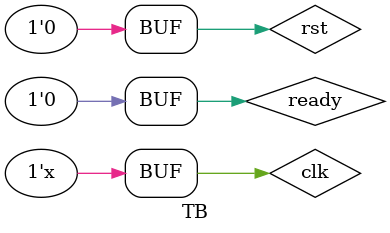
<source format=v>
`include "/c:..."

module TB;
    parameter N = 7;
    parameter BitAddr = $clog2(N+1);
    parameter addr_lenght = $clog2(((N+1)*(N+1))-1);
    //-----------------------
    parameter gap_score = -2;
    parameter match_score = 1;
    parameter mismatch_score = -1;
    
    reg clk, rst;
    reg ready;
    
    //Input fsm
    wire end_init;
    wire calculated;
    wire signal;
    wire end_filling;
    wire end_traceB;
    wire hit_4;
    
    //Output fsm
    wire we;
    wire en_init;
    wire en_ins;
    wire en_read;
    wire en_traceB;
    wire change_index;
    wire [2:0] state;reg clk, rst;
    reg ready;
    
    //Input fsm
    wire end_init;
    wire calculated;
    wire signal;
    wire end_filling;
    wire end_traceB;
    wire hit_4;
    
    //Output fsm
    wire we;
    wire en_init;
    wire en_ins;
    wire en_read;
    wire en_traceB;
    wire change_index;
    wire [2:0] state;
    
    // internal wires dp
    wire [BitAddr:0] indexA, indexB;
    wire [2:0] doutA, doutB;
    
    wire value;
    wire [BitAddr:0] i, j;
    wire hit;
    wire [BitAddr:0] addr_init;
    wire signed [8:0] data_init, data;
    wire signed [8:0] diag, up, left, score;
    wire signed [8:0] max;
    wire [2:0] symbol, symbol_w;
    wire [1:0] count_3;
    wire [addr_lenght:0] addr_r_sc, addr_w_sc;
    wire [addr_lenght:0] addr_r_dir, addr_w_dir;
    
    wire [BitAddr:0] i_t, j_t;
    wire [2:0] symbol_out;
    wire [BitAddr:0] i_t_ram, j_t_ram;
    
    wire signed [BitAddr:0] final_score;
    wire [2:0] datoA, datoB;

    
    TopModule #(
        .N(N)
    ) TOP (
        .clk(clk),
        .rst(rst),
        .ready(ready),
        .end_init(end_init),
        .calculated(calculated),
        .signal(signal),
        .end_filling(end_filling),
        .end_traceB(end_traceB),
        .en_ins(en_ins),
        .en_init(en_init),
        .en_read(en_read),
        .en_traceB(en_traceB),
        .we(we),
        .change_index(change_index),
        .state(state),
        .indexA(indexA),
        .indexB(indexB),
        .doutA(doutA),
        .doutB(doutB),
        .value(value),
        .i(i),
        .j(j),
        .hit(hit),
        .addr_init(addr_init),
        .data_init(data_init),
        .data(data),
        .diag(diag),
        .up(up),
        .left(left),
        .score(score),
        .max(max),
        .symbol(symbol),
        .symbol_w(symbol_w),
        .count_3(count_3),
        .addr_r_sc(addr_r_sc),
        .addr_w_sc(addr_w_sc),
        .addr_r_dir(addr_r_dir),
        .addr_w_dir(addr_w_dir),
        .i_t(i_t),
        .j_t(j_t),
        .symbol_out(symbol_out),
        .i_t_ram(i_t_ram),
        .j_t_ram(j_t_ram),
        .hit_4(hit_4),
        .final_score(final_score),
        .datoA(datoA),
        .datoB(datoB)
    );

    always #0.5 clk = ~clk;
    
    initial begin
        clk = 0; 
        rst = 1;
        ready = 0; 
        
        #8.5 rst = 0;
        #5 ready = 1;
        #5 ready = 0;
        //#480 $stop;
    end
    
    //end
endmodule
</source>
